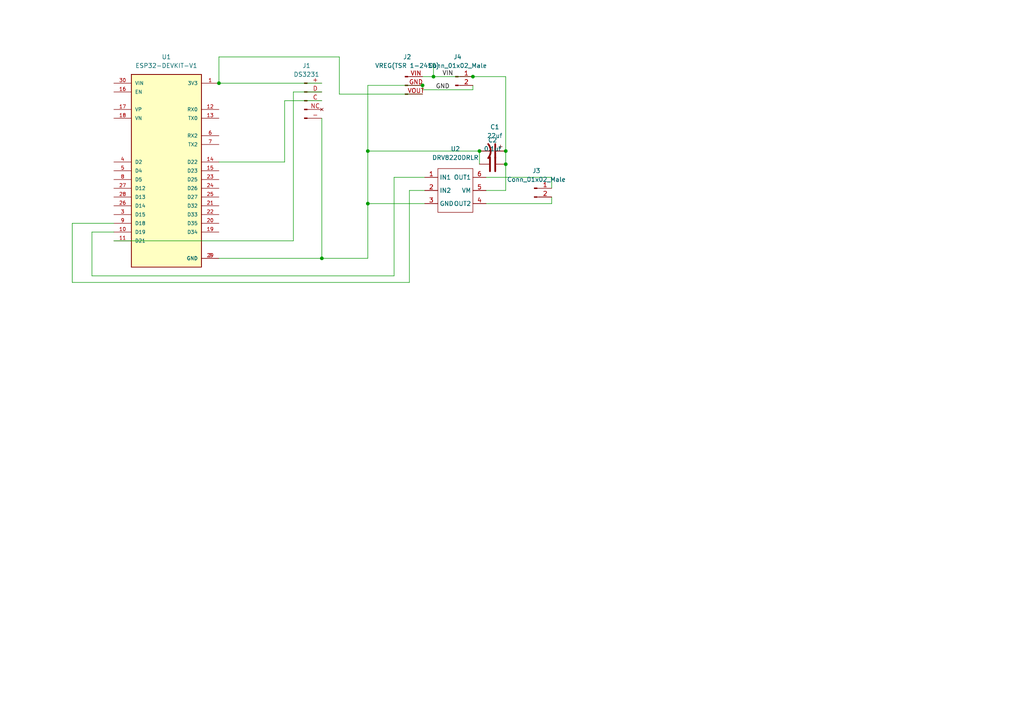
<source format=kicad_sch>
(kicad_sch (version 20211123) (generator eeschema)
  (paper "A4")
  (lib_symbols
    (symbol "Connector:Conn_01x02_Male" (pin_names (offset 1.016) hide)
      (property "Reference" "J" (at 0 2.54 0))
      (property "Value" "Conn_01x02_Male" (at 0 -5.08 0))
      (symbol "Conn_01x02_Male_1_1"
        (polyline (pts (xy 1.27 -2.54) (xy 0.8636 -2.54)) (stroke (width 0.1524)))
        (polyline (pts (xy 1.27 0) (xy 0.8636 0)) (stroke (width 0.1524)))
        (rectangle (start 0.8636 -2.413) (end 0 -2.667) (stroke (width 0.1524)) (fill (type outline)))
        (rectangle (start 0.8636 0.127) (end 0 -0.127) (stroke (width 0.1524)) (fill (type outline)))
        (pin passive line (at 5.08 0 180) (length 3.81) (name "Pin_1") (number "1"))
        (pin passive line (at 5.08 -2.54 180) (length 3.81) (name "Pin_2") (number "2"))
      )
    )
    (symbol "Device:C" (pin_numbers hide) (pin_names (offset 0.254))
      (property "Reference" "C" (at 0.635 2.54 0))
      (property "Value" "C" (at 0.635 -2.54 0))
      (symbol "C_0_1"
        (polyline (pts (xy -2.032 -0.762) (xy 2.032 -0.762)) (stroke (width 0.508)))
        (polyline (pts (xy -2.032 0.762) (xy 2.032 0.762)) (stroke (width 0.508)))
      )
      (symbol "C_1_1"
        (pin passive line (at 0 3.81 270) (length 2.794) (name "~") (number "1"))
        (pin passive line (at 0 -3.81 90) (length 2.794) (name "~") (number "2"))
      )
    )
    (symbol "Device:C_Polarized_US" (pin_numbers hide) (pin_names (offset 0.254) hide)
      (property "Reference" "C" (at 0.635 2.54 0))
      (property "Value" "C_Polarized_US" (at 0.635 -2.54 0))
      (symbol "C_Polarized_US_0_1"
        (polyline (pts (xy -2.032 0.762) (xy 2.032 0.762)) (stroke (width 0.508)))
        (polyline (pts (xy -1.778 2.286) (xy -0.762 2.286)))
        (polyline (pts (xy -1.27 1.778) (xy -1.27 2.794)))
        (arc (start 2.032 -1.27) (mid 0 -0.5572) (end -2.032 -1.27) (stroke (width 0.508)))
      )
      (symbol "C_Polarized_US_1_1"
        (pin passive line (at 0 3.81 270) (length 2.794) (name "~") (number "1"))
        (pin passive line (at 0 -3.81 90) (length 3.302) (name "~") (number "2"))
      )
    )
    (symbol "ESP32-DEVKIT-V1:DRV8220DRLR"
      (property "Reference" "U" (at 0 0 0))
      (property "Value" "DRV8220DRLR" (at 0 0 0))
      (symbol "DRV8220DRLR_0_1"
        (rectangle (start -5.08 16.51) (end 5.08 3.81))
      )
      (symbol "DRV8220DRLR_1_1"
        (pin input line (at -8.89 13.97 0) (length 3.81) (name "IN1") (number "1"))
        (pin input line (at -8.89 10.16 0) (length 3.81) (name "IN2") (number "2"))
        (pin power_in line (at -8.89 6.35 0) (length 3.81) (name "GND") (number "3"))
        (pin power_out line (at 8.89 6.35 180) (length 3.81) (name "OUT2") (number "4"))
        (pin power_in line (at 8.89 10.16 180) (length 3.81) (name "VM") (number "5"))
        (pin power_out line (at 8.89 13.97 180) (length 3.81) (name "OUT1") (number "6"))
      )
    )
    (symbol "ESP32-DEVKIT-V1:DS3231" (pin_names (offset 1.016) hide)
      (property "Reference" "J" (at 0 7.62 0))
      (property "Value" "DS3231" (at 0 -7.62 0))
      (symbol "DS3231_1_1"
        (polyline (pts (xy 1.27 -5.08) (xy 0.8636 -5.08)) (stroke (width 0.1524)))
        (polyline (pts (xy 1.27 -2.54) (xy 0.8636 -2.54)) (stroke (width 0.1524)))
        (polyline (pts (xy 1.27 0) (xy 0.8636 0)) (stroke (width 0.1524)))
        (polyline (pts (xy 1.27 2.54) (xy 0.8636 2.54)) (stroke (width 0.1524)))
        (polyline (pts (xy 1.27 5.08) (xy 0.8636 5.08)) (stroke (width 0.1524)))
        (rectangle (start 0.8636 -4.953) (end 0 -5.207) (stroke (width 0.1524)) (fill (type outline)))
        (rectangle (start 0.8636 -2.413) (end 0 -2.667) (stroke (width 0.1524)) (fill (type outline)))
        (rectangle (start 0.8636 0.127) (end 0 -0.127) (stroke (width 0.1524)) (fill (type outline)))
        (rectangle (start 0.8636 2.667) (end 0 2.413) (stroke (width 0.1524)) (fill (type outline)))
        (rectangle (start 0.8636 5.207) (end 0 4.953) (stroke (width 0.1524)) (fill (type outline)))
        (pin power_in line (at 5.08 5.08 180) (length 3.81) (name "+") (number "+") (alternate "1" power_in line))
        (pin power_in line (at 5.08 -5.08 180) (length 3.81) (name "-") (number "-") (alternate "5" power_in line))
        (pin input line (at 5.08 0 180) (length 3.81) (name "C") (number "C") (alternate "3" input line))
        (pin bidirectional line (at 5.08 2.54 180) (length 3.81) (name "D") (number "D") (alternate "2" bidirectional line))
        (pin no_connect line (at 5.08 -2.54 180) (length 3.81) (name "NC") (number "NC") (alternate "4" no_connect line))
      )
    )
    (symbol "ESP32-DEVKIT-V1:ESP32-DEVKIT-V1" (pin_names (offset 1.016))
      (property "Reference" "U" (at -10.16 30.48 0))
      (property "Value" "ESP32-DEVKIT-V1" (at -10.16 -30.48 0))
      (symbol "ESP32-DEVKIT-V1_0_0"
        (rectangle (start -10.16 -27.94) (end 10.16 27.94) (stroke (width 0.254)) (fill (type background)))
        (pin output line (at 15.24 25.4 180) (length 5.08) (name "3V3") (number "1"))
        (pin bidirectional line (at -15.24 -17.78 0) (length 5.08) (name "D19") (number "10"))
        (pin bidirectional line (at -15.24 -20.32 0) (length 5.08) (name "D21") (number "11"))
        (pin input line (at 15.24 17.78 180) (length 5.08) (name "RX0") (number "12"))
        (pin output line (at 15.24 15.24 180) (length 5.08) (name "TX0") (number "13"))
        (pin bidirectional line (at 15.24 2.54 180) (length 5.08) (name "D22") (number "14"))
        (pin bidirectional line (at 15.24 0 180) (length 5.08) (name "D23") (number "15"))
        (pin input line (at -15.24 22.86 0) (length 5.08) (name "EN") (number "16"))
        (pin bidirectional line (at -15.24 17.78 0) (length 5.08) (name "VP") (number "17"))
        (pin bidirectional line (at -15.24 15.24 0) (length 5.08) (name "VN") (number "18"))
        (pin bidirectional line (at 15.24 -17.78 180) (length 5.08) (name "D34") (number "19"))
        (pin power_in line (at 15.24 -25.4 180) (length 5.08) (name "GND") (number "2"))
        (pin bidirectional line (at 15.24 -15.24 180) (length 5.08) (name "D35") (number "20"))
        (pin bidirectional line (at 15.24 -10.16 180) (length 5.08) (name "D32") (number "21"))
        (pin bidirectional line (at 15.24 -12.7 180) (length 5.08) (name "D33") (number "22"))
        (pin bidirectional line (at 15.24 -2.54 180) (length 5.08) (name "D25") (number "23"))
        (pin bidirectional line (at 15.24 -5.08 180) (length 5.08) (name "D26") (number "24"))
        (pin bidirectional line (at 15.24 -7.62 180) (length 5.08) (name "D27") (number "25"))
        (pin bidirectional line (at -15.24 -10.16 0) (length 5.08) (name "D14") (number "26"))
        (pin bidirectional line (at -15.24 -5.08 0) (length 5.08) (name "D12") (number "27"))
        (pin bidirectional line (at -15.24 -7.62 0) (length 5.08) (name "D13") (number "28"))
        (pin power_in line (at 15.24 -25.4 180) (length 5.08) (name "GND") (number "29"))
        (pin bidirectional line (at -15.24 -12.7 0) (length 5.08) (name "D15") (number "3"))
        (pin input line (at -15.24 25.4 0) (length 5.08) (name "VIN") (number "30"))
        (pin bidirectional line (at -15.24 2.54 0) (length 5.08) (name "D2") (number "4"))
        (pin bidirectional line (at -15.24 0 0) (length 5.08) (name "D4") (number "5"))
        (pin input line (at 15.24 10.16 180) (length 5.08) (name "RX2") (number "6"))
        (pin output line (at 15.24 7.62 180) (length 5.08) (name "TX2") (number "7"))
        (pin bidirectional line (at -15.24 -2.54 0) (length 5.08) (name "D5") (number "8"))
        (pin bidirectional line (at -15.24 -15.24 0) (length 5.08) (name "D18") (number "9"))
      )
    )
    (symbol "ESP32-DEVKIT-V1:VREG" (pin_names (offset 1.016) hide)
      (property "Reference" "J" (at 0 5.08 0))
      (property "Value" "VREG" (at 0 -5.08 0))
      (symbol "VREG_1_1"
        (polyline (pts (xy 1.27 -2.54) (xy 0.8636 -2.54)) (stroke (width 0.1524)))
        (polyline (pts (xy 1.27 0) (xy 0.8636 0)) (stroke (width 0.1524)))
        (polyline (pts (xy 1.27 2.54) (xy 0.8636 2.54)) (stroke (width 0.1524)))
        (rectangle (start 0.8636 -2.413) (end 0 -2.667) (stroke (width 0.1524)) (fill (type outline)))
        (rectangle (start 0.8636 0.127) (end 0 -0.127) (stroke (width 0.1524)) (fill (type outline)))
        (rectangle (start 0.8636 2.667) (end 0 2.413) (stroke (width 0.1524)) (fill (type outline)))
        (pin passive line (at 5.08 0 180) (length 3.81) (name "GND") (number "GND") (alternate "2" passive line))
        (pin power_in line (at 5.08 2.54 180) (length 3.81) (name "VIN") (number "VIN") (alternate "1" power_in line))
        (pin power_out line (at 5.08 -2.54 180) (length 3.81) (name "VOUT") (number "VOUT") (alternate "3" power_out line))
      )
    )
  )
  (junction (at 146.685 47.625))
  (junction (at 93.345 74.93))
  (junction (at 106.68 59.055))
  (junction (at 122.555 24.765))
  (junction (at 125.73 22.225))
  (junction (at 137.16 22.225))
  (junction (at 63.5 24.13))
  (junction (at 106.68 43.815))
  (junction (at 139.065 43.815))
  (junction (at 146.685 43.815))
  (wire (pts (xy 63.5 74.93) (xy 93.345 74.93)))
  (wire (pts (xy 93.345 74.93) (xy 93.345 34.29)))
  (wire (pts (xy 93.345 74.93) (xy 106.68 74.93)))
  (wire (pts (xy 106.68 43.815) (xy 139.065 43.815)))
  (wire (pts (xy 125.73 18.415) (xy 125.73 22.225)))
  (wire (pts (xy 82.55 29.21) (xy 93.345 29.21)))
  (wire (pts (xy 146.685 47.625) (xy 146.685 43.815)))
  (wire (pts (xy 26.67 80.01) (xy 114.3 80.01)))
  (wire (pts (xy 106.68 43.815) (xy 106.68 59.055)))
  (wire (pts (xy 85.09 69.85) (xy 85.09 26.67)))
  (wire (pts (xy 140.97 55.245) (xy 146.685 55.245)))
  (wire (pts (xy 137.16 22.225) (xy 146.685 22.225)))
  (wire (pts (xy 98.425 16.51) (xy 63.5 16.51)))
  (wire (pts (xy 63.5 16.51) (xy 63.5 24.13)))
  (wire (pts (xy 26.67 67.31) (xy 26.67 80.01)))
  (wire (pts (xy 160.02 59.055) (xy 160.02 57.15)))
  (wire (pts (xy 146.685 43.815) (xy 146.685 22.225)))
  (wire (pts (xy 63.5 46.99) (xy 82.55 46.99)))
  (wire (pts (xy 82.55 46.99) (xy 82.55 29.21)))
  (wire (pts (xy 33.02 69.85) (xy 85.09 69.85)))
  (wire (pts (xy 140.97 59.055) (xy 160.02 59.055)))
  (wire (pts (xy 20.955 64.77) (xy 20.955 81.915)))
  (wire (pts (xy 85.09 26.67) (xy 93.345 26.67)))
  (wire (pts (xy 20.955 81.915) (xy 118.745 81.915)))
  (wire (pts (xy 98.425 27.305) (xy 98.425 16.51)))
  (wire (pts (xy 122.555 22.225) (xy 125.73 22.225)))
  (wire (pts (xy 122.555 27.305) (xy 98.425 27.305)))
  (wire (pts (xy 122.555 26.035) (xy 137.16 26.035)))
  (wire (pts (xy 106.68 59.055) (xy 106.68 74.93)))
  (wire (pts (xy 139.065 43.815) (xy 139.065 47.625)))
  (wire (pts (xy 106.68 59.055) (xy 123.19 59.055)))
  (wire (pts (xy 160.02 51.435) (xy 160.02 54.61)))
  (wire (pts (xy 106.68 24.765) (xy 106.68 43.815)))
  (wire (pts (xy 114.3 51.435) (xy 123.19 51.435)))
  (wire (pts (xy 114.3 80.01) (xy 114.3 51.435)))
  (wire (pts (xy 33.02 67.31) (xy 26.67 67.31)))
  (wire (pts (xy 146.685 55.245) (xy 146.685 47.625)))
  (wire (pts (xy 122.555 24.765) (xy 106.68 24.765)))
  (wire (pts (xy 33.02 64.77) (xy 20.955 64.77)))
  (wire (pts (xy 137.16 26.035) (xy 137.16 24.765)))
  (wire (pts (xy 63.5 24.13) (xy 93.345 24.13)))
  (wire (pts (xy 118.745 55.245) (xy 123.19 55.245)))
  (wire (pts (xy 118.745 81.915) (xy 118.745 55.245)))
  (wire (pts (xy 140.97 51.435) (xy 160.02 51.435)))
  (wire (pts (xy 125.73 22.225) (xy 137.16 22.225)))
  (wire (pts (xy 122.555 26.035) (xy 122.555 24.765)))
  (label "VIN" (at 128.27 22.225 0))
  (label "GND" (at 126.365 26.035 0))
  (symbol (lib_id "Device:C_Polarized_US") (at 142.875 43.815 270) (unit 1)
    (property "Reference" "C1" (at 143.51 36.83 90))
    (property "Value" "22uf" (at 143.51 39.37 90))
    (property "Footprint" "Capacitor_SMD:CP_Elec_5x5.7" (effects hide))
  )
  (symbol (lib_id "ESP32-DEVKIT-V1:ESP32-DEVKIT-V1") (at 48.26 49.53 0) (unit 1)
    (property "Reference" "U1" (at 48.26 16.51 0))
    (property "Value" "ESP32-DEVKIT-V1" (at 48.26 19.05 0))
    (property "Footprint" "MODULE_ESP32_DEVKIT_V1" (effects hide))
    (property "PARTREV" "N/A" (effects hide))
    (property "MAXIMUM_PACKAGE_HEIGHT" "6.8 mm" (effects hide))
    (property "STANDARD" "Manufacturer Recommendations" (effects hide))
    (property "MANUFACTURER" "DOIT" (effects hide))
  )
  (symbol (lib_id "Connector:Conn_01x02_Male") (at 154.94 54.61 0) (unit 1)
    (property "Reference" "J3" (at 155.575 49.53 0))
    (property "Value" "Conn_01x02_Male" (at 155.575 52.07 0))
    (property "Footprint" "Connector_PinHeader_2.54mm:PinHeader_1x02_P2.54mm_Vertical" (effects hide))
  )
  (symbol (lib_id "ESP32-DEVKIT-V1:VREG") (at 117.475 24.765 0) (unit 1)
    (property "Reference" "J2" (at 118.11 16.51 0))
    (property "Value" "VREG(TSR 1-2450)" (at 118.11 19.05 0))
    (property "Footprint" "Connector_PinHeader_2.54mm:PinHeader_1x03_P2.54mm_Vertical" (effects hide))
  )
  (symbol (lib_id "ESP32-DEVKIT-V1:DS3231") (at 88.265 29.21 0) (unit 1)
    (property "Reference" "J1" (at 88.9 19.05 0))
    (property "Value" "DS3231" (at 88.9 21.59 0))
    (property "Footprint" "Connector_PinHeader_2.54mm:PinHeader_1x05_P2.54mm_Vertical" (effects hide))
    (pin "+" (alternate "1"))
    (pin "-" (alternate "5"))
    (pin "C" (alternate "3"))
    (pin "D" (alternate "2"))
    (pin "NC" (alternate "4"))
  )
  (symbol (lib_id "Connector:Conn_01x02_Male") (at 132.08 22.225 0) (unit 1)
    (property "Reference" "J4" (at 132.715 16.51 0))
    (property "Value" "Conn_01x02_Male" (at 132.715 19.05 0))
    (property "Footprint" "Connector_PinHeader_2.54mm:PinHeader_1x02_P2.54mm_Vertical" (effects hide))
  )
  (symbol (lib_id "Device:C") (at 142.875 47.625 270) (unit 1)
    (property "Reference" "C2" (at 142.875 40.64 90))
    (property "Value" "0.1uf" (at 142.875 43.18 90))
    (property "Footprint" "Capacitor_SMD:C_0603_1608Metric" (effects hide))
  )
  (symbol (lib_id "ESP32-DEVKIT-V1:DRV8220DRLR") (at 132.08 65.405 0) (unit 1)
    (property "Reference" "U2" (at 132.08 43.18 0))
    (property "Value" "DRV8220DRLR" (at 132.08 45.72 0))
    (property "Footprint" "Package_TO_SOT_SMD:SOT-563" (effects hide))
  )
)
</source>
